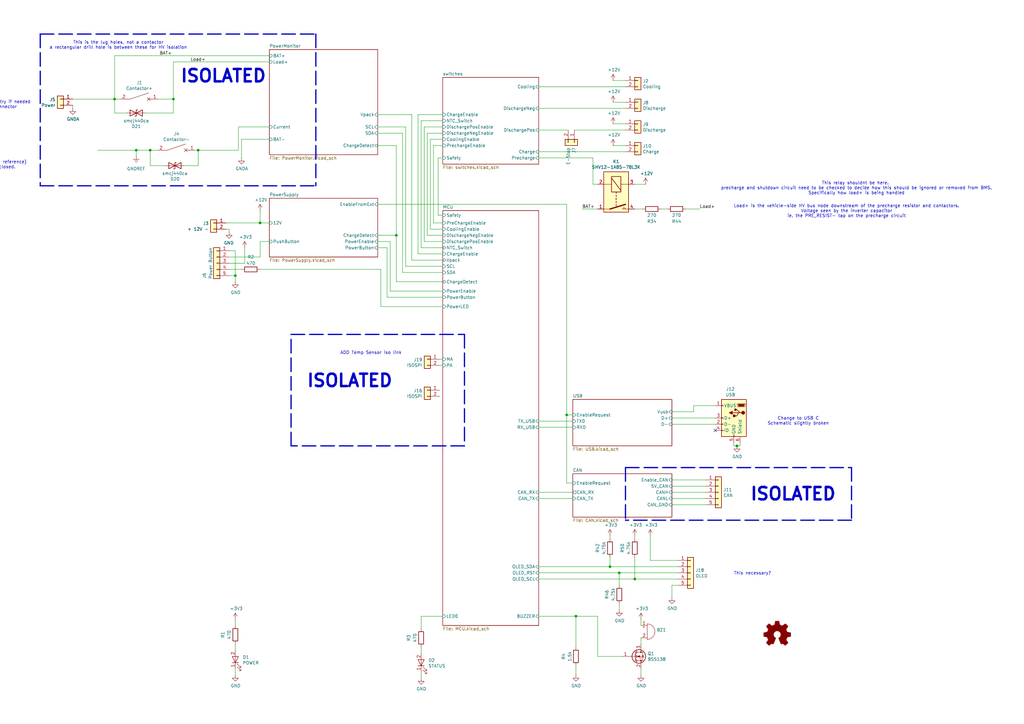
<source format=kicad_sch>
(kicad_sch (version 20250114) (generator "eeschema") (generator_version "9.0")
  (paper "A3")
  (title_block (title "BMS-Master") (rev "V0.1") (company "ENNOID"))
  (lib_symbols
    (symbol "BMS-Master-rescue:+3.3V-power-BMS-Master-rescue" (power) (pin_names (offset 0))
      (property "Value" "+3.3V-power-BMS-Master-rescue" (at 0 3.556 0))
      (symbol "+3.3V-power-BMS-Master-rescue_0_1"
        (polyline (pts (xy -0.762 1.27) (xy 0 2.54)))
        (polyline (pts (xy 0 2.54) (xy 0.762 1.27)))
        (polyline (pts (xy 0 0) (xy 0 2.54)))
      )
      (symbol "+3.3V-power-BMS-Master-rescue_1_1"
        (pin power_in line (at 0 0 90) (length 0) (hide yes) (name "+3V3") (number "1"))
      )
    )
    (symbol "BMS-Master-rescue:Buzzer-Device-BMS-Master-rescue" (pin_names (offset 0.0254) (hide yes))
      (property "Reference" "BZ" (at 3.81 1.27 0))
      (property "Value" "Buzzer-Device-BMS-Master-rescue" (at 3.81 -1.27 0))
      (symbol "Buzzer-Device-BMS-Master-rescue_0_1"
        (polyline (pts (xy -1.651 1.905) (xy -1.143 1.905)))
        (polyline (pts (xy -1.397 2.159) (xy -1.397 1.651)))
        (polyline (pts (xy 0 3.175) (xy 0 -3.175)))
        (arc (start 0 3.175) (mid 3.175 0) (end 0 -3.175))
      )
      (symbol "Buzzer-Device-BMS-Master-rescue_1_1"
        (pin passive line (at -2.54 2.54 0) (length 2.54) (name "-") (number "1"))
        (pin passive line (at -2.54 -2.54 0) (length 2.54) (name "+") (number "2"))
      )
    )
    (symbol "BMS-Master-rescue:Conn_01x02-Connector_Generic-BMS-Master-rescue" (pin_names (offset 1.016) (hide yes))
      (property "Reference" "J" (at 0 2.54 0))
      (property "Value" "Conn_01x02-Connector_Generic-BMS-Master-rescue" (at 0 -5.08 0))
      (symbol "Conn_01x02-Connector_Generic-BMS-Master-rescue_1_1"
        (rectangle (start -1.27 1.27) (end 1.27 -3.81) (stroke (width 0.254)) (fill (type background)))
        (rectangle (start -1.27 0.127) (end 0 -0.127) (stroke (width 0.1524)))
        (rectangle (start -1.27 -2.413) (end 0 -2.667) (stroke (width 0.1524)))
        (pin passive line (at -5.08 0 0) (length 3.81) (name "Pin_1") (number "1"))
        (pin passive line (at -5.08 -2.54 0) (length 3.81) (name "Pin_2") (number "2"))
      )
    )
    (symbol "BMS-Master-rescue:Conn_01x05-Connector_Generic-BMS-Master-rescue" (pin_names (offset 1.016) (hide yes))
      (property "Reference" "J" (at 0 7.62 0))
      (property "Value" "Conn_01x05-Connector_Generic-BMS-Master-rescue" (at 0 -7.62 0))
      (symbol "Conn_01x05-Connector_Generic-BMS-Master-rescue_1_1"
        (rectangle (start -1.27 6.35) (end 1.27 -6.35) (stroke (width 0.254)) (fill (type background)))
        (rectangle (start -1.27 5.207) (end 0 4.953) (stroke (width 0.1524)))
        (rectangle (start -1.27 2.667) (end 0 2.413) (stroke (width 0.1524)))
        (rectangle (start -1.27 0.127) (end 0 -0.127) (stroke (width 0.1524)))
        (rectangle (start -1.27 -2.413) (end 0 -2.667) (stroke (width 0.1524)))
        (rectangle (start -1.27 -4.953) (end 0 -5.207) (stroke (width 0.1524)))
        (pin passive line (at -5.08 5.08 0) (length 3.81) (name "Pin_1") (number "1"))
        (pin passive line (at -5.08 2.54 0) (length 3.81) (name "Pin_2") (number "2"))
        (pin passive line (at -5.08 0 0) (length 3.81) (name "Pin_3") (number "3"))
        (pin passive line (at -5.08 -2.54 0) (length 3.81) (name "Pin_4") (number "4"))
        (pin passive line (at -5.08 -5.08 0) (length 3.81) (name "Pin_5") (number "5"))
      )
    )
    (symbol "BMS-Master-rescue:GND-power-BMS-Master-rescue" (power) (pin_names (offset 0))
      (property "Value" "GND-power-BMS-Master-rescue" (at 0 -3.81 0))
      (symbol "GND-power-BMS-Master-rescue_0_1"
        (polyline (pts (xy 0 0) (xy 0 -1.27) (xy 1.27 -1.27) (xy 0 -2.54) (xy -1.27 -1.27) (xy 0 -1.27)))
      )
      (symbol "GND-power-BMS-Master-rescue_1_1"
        (pin power_in line (at 0 0 270) (length 0) (hide yes) (name "GND") (number "1"))
      )
    )
    (symbol "BMS-Master-rescue:LED-Device-BMS-Master-rescue" (pin_names (offset 1.016) (hide yes))
      (property "Reference" "D" (at 0 2.54 0))
      (property "Value" "LED-Device-BMS-Master-rescue" (at 0 -2.54 0))
      (symbol "LED-Device-BMS-Master-rescue_0_1"
        (polyline (pts (xy -3.048 -0.762) (xy -4.572 -2.286) (xy -3.81 -2.286) (xy -4.572 -2.286) (xy -4.572 -1.524)))
        (polyline (pts (xy -1.778 -0.762) (xy -3.302 -2.286) (xy -2.54 -2.286) (xy -3.302 -2.286) (xy -3.302 -1.524)))
        (polyline (pts (xy -1.27 0) (xy 1.27 0)))
        (polyline (pts (xy -1.27 -1.27) (xy -1.27 1.27)) (stroke (width 0.2032)))
        (polyline (pts (xy 1.27 -1.27) (xy 1.27 1.27) (xy -1.27 0) (xy 1.27 -1.27)) (stroke (width 0.2032)))
      )
      (symbol "LED-Device-BMS-Master-rescue_1_1"
        (pin passive line (at -3.81 0 0) (length 2.54) (name "K") (number "1"))
        (pin passive line (at 3.81 0 180) (length 2.54) (name "A") (number "2"))
      )
    )
    (symbol "BMS-Master-rescue:R-Device-BMS-Master-rescue" (pin_numbers (hide yes)) (pin_names (offset 0))
      (property "Reference" "R" (at 2.032 0 90))
      (property "Value" "R-Device-BMS-Master-rescue" (at 0 0 90))
      (symbol "R-Device-BMS-Master-rescue_0_1"
        (rectangle (start -1.016 -2.54) (end 1.016 2.54) (stroke (width 0.254)))
      )
      (symbol "R-Device-BMS-Master-rescue_1_1"
        (pin passive line (at 0 3.81 270) (length 1.27) (name "~") (number "1"))
        (pin passive line (at 0 -3.81 90) (length 1.27) (name "~") (number "2"))
      )
    )
    (symbol "BMS-Master-rescue:USB_B_Micro-Connector_Specialized-BMS-Master-rescue" (pin_names (offset 1.016))
      (property "Reference" "J" (at -5.08 11.43 0))
      (property "Value" "USB_B_Micro-Connector_Specialized-BMS-Master-rescue" (at -5.08 8.89 0))
      (symbol "USB_B_Micro-Connector_Specialized-BMS-Master-rescue_0_1"
        (rectangle (start -5.08 -7.62) (end 5.08 7.62) (stroke (width 0.254)) (fill (type background)))
        (polyline (pts (xy -4.699 5.842) (xy -4.699 5.588) (xy -4.445 4.826) (xy -4.445 4.572) (xy -1.651 4.572) (xy -1.651 4.826) (xy -1.397 5.588) (xy -1.397 5.842) (xy -4.699 5.842)))
        (polyline (pts (xy -4.318 5.588) (xy -1.778 5.588) (xy -2.032 4.826) (xy -4.064 4.826) (xy -4.318 5.588)) (fill (type outline)))
        (circle (center -3.81 2.159) (radius 0.635) (stroke (width 0.254)) (fill (type outline)))
        (polyline (pts (xy -3.175 2.159) (xy -2.54 2.159) (xy -1.27 3.429) (xy -0.635 3.429)) (stroke (width 0.254)))
        (polyline (pts (xy -2.54 2.159) (xy -1.905 2.159) (xy -1.27 0.889) (xy 0 0.889)) (stroke (width 0.254)))
        (polyline (pts (xy -1.905 2.159) (xy 0.635 2.159)) (stroke (width 0.254)))
        (circle (center -0.635 3.429) (radius 0.381) (stroke (width 0.254)) (fill (type outline)))
        (rectangle (start -0.127 -7.62) (end 0.127 -6.858))
        (rectangle (start 0.254 1.27) (end -0.508 0.508) (stroke (width 0.254)) (fill (type outline)))
        (polyline (pts (xy 0.635 2.794) (xy 0.635 1.524) (xy 1.905 2.159) (xy 0.635 2.794)) (stroke (width 0.254)) (fill (type outline)))
        (rectangle (start 5.08 4.953) (end 4.318 5.207))
        (rectangle (start 5.08 -0.127) (end 4.318 0.127))
        (rectangle (start 5.08 -2.667) (end 4.318 -2.413))
        (rectangle (start 5.08 -5.207) (end 4.318 -4.953))
      )
      (symbol "USB_B_Micro-Connector_Specialized-BMS-Master-rescue_1_1"
        (pin passive line (at -2.54 -10.16 90) (length 2.54) (name "Shield") (number "6"))
        (pin power_out line (at 0 -10.16 90) (length 2.54) (name "GND") (number "5"))
        (pin power_out line (at 7.62 5.08 180) (length 2.54) (name "VBUS") (number "1"))
        (pin passive line (at 7.62 0 180) (length 2.54) (name "D+") (number "3"))
        (pin passive line (at 7.62 -2.54 180) (length 2.54) (name "D-") (number "2"))
        (pin passive line (at 7.62 -5.08 180) (length 2.54) (name "ID") (number "4"))
      )
    )
    (symbol "Device:CircuitBreaker_1P"
      (property "Reference" "CB" (at 1.905 0 0))
      (property "Value" "CircuitBreaker_1P" (at 1.905 1.905 0))
      (symbol "CircuitBreaker_1P_0_1"
        (polyline (pts (xy 0 -3.81) (xy -2.54 3.81)))
        (polyline (pts (xy 0 -5.08) (xy 0 -3.81)))
      )
      (symbol "CircuitBreaker_1P_1_1"
        (polyline (pts (xy -0.635 4.445) (xy 0.635 3.175)))
        (polyline (pts (xy 0 5.08) (xy 0 3.81)))
        (polyline (pts (xy 0.635 4.445) (xy -0.635 3.175)))
        (pin passive line (at 0 7.62 270) (length 2.54) (name "~") (number "1"))
        (pin passive line (at 0 -7.62 90) (length 2.54) (name "~") (number "2"))
      )
    )
    (symbol "Device:D_TVS" (pin_numbers (hide yes)) (pin_names (offset 1.016) (hide yes))
      (property "Reference" "D" (at 0 2.54 0))
      (property "Value" "D_TVS" (at 0 -2.54 0))
      (symbol "D_TVS_0_1"
        (polyline (pts (xy -2.54 1.27) (xy -2.54 -1.27) (xy 2.54 1.27) (xy 2.54 -1.27) (xy -2.54 1.27)) (stroke (width 0.254)))
        (polyline (pts (xy 0.508 1.27) (xy 0 1.27) (xy 0 -1.27) (xy -0.508 -1.27)) (stroke (width 0.254)))
        (polyline (pts (xy 1.27 0) (xy -1.27 0)))
      )
      (symbol "D_TVS_1_1"
        (pin passive line (at -3.81 0 0) (length 2.54) (name "A1") (number "1"))
        (pin passive line (at 3.81 0 180) (length 2.54) (name "A2") (number "2"))
      )
    )
    (symbol "ENNOID:SHV12-1A85-78L3K" (pin_names (offset 1.016))
      (property "Reference" "K" (at 7.62 3.81 0))
      (property "Value" "SHV12-1A85-78L3K" (at 7.62 1.27 0))
      (symbol "SHV12-1A85-78L3K_0_0"
        (polyline (pts (xy 5.08 3.81) (xy 5.08 5.08)))
        (polyline (pts (xy 5.08 3.81) (xy 5.08 2.54) (xy 4.445 3.175) (xy 5.08 3.81)))
      )
      (symbol "SHV12-1A85-78L3K_0_1"
        (rectangle (start -10.16 5.08) (end 6.35 -5.08) (stroke (width 0.254)) (fill (type background)))
        (rectangle (start -8.255 1.905) (end -1.905 -1.905) (stroke (width 0.254)))
        (polyline (pts (xy -7.62 -1.905) (xy -2.54 1.905)) (stroke (width 0.254)))
        (polyline (pts (xy -5.08 5.08) (xy -5.08 1.905)))
        (polyline (pts (xy -5.08 -5.08) (xy -5.08 -1.905)))
        (polyline (pts (xy -1.905 0) (xy -1.27 0)) (stroke (width 0.254)))
        (polyline (pts (xy -0.635 0) (xy 0 0)) (stroke (width 0.254)))
        (polyline (pts (xy 0.635 0) (xy 1.27 0)) (stroke (width 0.254)))
        (polyline (pts (xy 0.635 0) (xy 1.27 0)) (stroke (width 0.254)))
        (polyline (pts (xy 1.905 0) (xy 2.54 0)) (stroke (width 0.254)))
        (polyline (pts (xy 3.175 0) (xy 3.81 0)) (stroke (width 0.254)))
        (polyline (pts (xy 5.08 -2.54) (xy 3.175 3.81)) (stroke (width 0.508)))
        (polyline (pts (xy 5.08 -2.54) (xy 5.08 -5.08)))
      )
      (symbol "SHV12-1A85-78L3K_1_1"
        (pin passive line (at -5.08 7.62 270) (length 2.54) (name "~") (number "3"))
        (pin passive line (at -5.08 -7.62 90) (length 2.54) (name "~") (number "2"))
        (pin passive line (at 5.08 7.62 270) (length 2.54) (name "~") (number "4"))
        (pin passive line (at 5.08 -7.62 90) (length 2.54) (name "~") (number "1"))
      )
    )
    (symbol "Graphic:Logo_Open_Hardware_Small" (in_bom no) (on_board no)
      (symbol "Logo_Open_Hardware_Small_0_1"
        (polyline (pts (xy 3.3528 -4.3434) (xy 3.302 -4.318) (xy 3.175 -4.2418) (xy 2.9972 -4.1148) (xy 2.7686 -3.9624) (xy 2.54 -3.81) (xy 2.3622 -3.7084) (xy 2.2352 -3.6068) (xy 2.1844 -3.5814) (xy 2.159 -3.6068) (xy 2.0574 -3.6576) (xy 1.905 -3.7338) (xy 1.8034 -3.7846) (xy 1.6764 -3.8354) (xy 1.6002 -3.8354) (xy 1.6002 -3.8354) (xy 1.5494 -3.7338) (xy 1.4732 -3.5306) (xy 1.3462 -3.302) (xy 1.2446 -3.0226) (xy 1.1176 -2.7178) (xy 0.9652 -2.413) (xy 0.8636 -2.1082) (xy 0.7366 -1.8288) (xy 0.6604 -1.6256) (xy 0.6096 -1.4732) (xy 0.5842 -1.397) (xy 0.5842 -1.397) (xy 0.6604 -1.3208) (xy 0.7874 -1.2446) (xy 1.0414 -1.016) (xy 1.2954 -0.6858) (xy 1.4478 -0.3302) (xy 1.524 0.0762) (xy 1.4732 0.4572) (xy 1.3208 0.8128) (xy 1.0668 1.143) (xy 0.762 1.3716) (xy 0.4064 1.524) (xy 0 1.5748) (xy -0.381 1.5494) (xy -0.7366 1.397) (xy -1.0668 1.143) (xy -1.2192 0.9906) (xy -1.397 0.6604) (xy -1.524 0.3048) (xy -1.524 0.2286) (xy -1.4986 -0.1778) (xy -1.397 -0.5334) (xy -1.1938 -0.8636) (xy -0.9144 -1.143) (xy -0.8636 -1.1684) (xy -0.7366 -1.27) (xy -0.635 -1.3462) (xy -0.5842 -1.397) (xy -1.0668 -2.5908) (xy -1.143 -2.794) (xy -1.2954 -3.1242) (xy -1.397 -3.4036) (xy -1.4986 -3.6322) (xy -1.5748 -3.7846) (xy -1.6002 -3.8354) (xy -1.6002 -3.8354) (xy -1.651 -3.8354) (xy -1.7272 -3.81) (xy -1.905 -3.7338) (xy -2.0066 -3.683) (xy -2.1336 -3.6068) (xy -2.2098 -3.5814) (xy -2.2606 -3.6068) (xy -2.3622 -3.683) (xy -2.54 -3.81) (xy -2.7686 -3.9624) (xy -2.9718 -4.0894) (xy -3.1496 -4.2164) (xy -3.302 -4.318) (xy -3.3528 -4.3434) (xy -3.3782 -4.3434) (xy -3.429 -4.318) (xy -3.5306 -4.2164) (xy -3.7084 -4.064) (xy -3.937 -3.8354) (xy -3.9624 -3.81) (xy -4.1656 -3.6068) (xy -4.318 -3.4544) (xy -4.4196 -3.3274) (xy -4.445 -3.2766) (xy -4.445 -3.2766) (xy -4.4196 -3.2258) (xy -4.318 -3.0734) (xy -4.2164 -2.8956) (xy -4.064 -2.667) (xy -3.6576 -2.0828) (xy -3.8862 -1.5494) (xy -3.937 -1.3716) (xy -4.0386 -1.1684) (xy -4.0894 -1.0414) (xy -4.1148 -0.9652) (xy -4.191 -0.9398) (xy -4.318 -0.9144) (xy -4.5466 -0.8636) (xy -4.8006 -0.8128) (xy -5.0546 -0.7874) (xy -5.2578 -0.7366) (xy -5.4356 -0.7112) (xy -5.5118 -0.6858) (xy -5.5118 -0.6858) (xy -5.5372 -0.635) (xy -5.5372 -0.5588) (xy -5.5372 -0.4318) (xy -5.5626 -0.2286) (xy -5.5626 0.0762) (xy -5.5626 0.127) (xy -5.5372 0.4064) (xy -5.5372 0.635) (xy -5.5372 0.762) (xy -5.5372 0.8382) (xy -5.5372 0.8382) (xy -5.461 0.8382) (xy -5.3086 0.889) (xy -5.08 0.9144) (xy -4.826 0.9652) (xy -4.8006 0.9906) (xy -4.5466 1.0414) (xy -4.318 1.0668) (xy -4.1656 1.1176) (xy -4.0894 1.143) (xy -4.0894 1.143) (xy -4.0386 1.2446) (xy -3.9624 1.4224) (xy -3.8608 1.6256) (xy -3.7846 1.8288) (xy -3.7084 2.0066) (xy -3.6576 2.159) (xy -3.6322 2.2098) (xy -3.6322 2.2098) (xy -3.683 2.286) (xy -3.7592 2.413) (xy -3.8862 2.5908) (xy -4.064 2.8194) (xy -4.064 2.8448) (xy -4.2164 3.0734) (xy -4.3434 3.2512) (xy -4.4196 3.3782) (xy -4.445 3.4544) (xy -4.445 3.4544) (xy -4.3942 3.5052) (xy -4.2926 3.6322) (xy -4.1148 3.81) (xy -3.937 4.0132) (xy -3.8608 4.064) (xy -3.6576 4.2926) (xy -3.5052 4.4196) (xy -3.4036 4.4958) (xy -3.3528 4.5212) (xy -3.3528 4.5212) (xy -3.302 4.4704) (xy -3.1496 4.3688) (xy -2.9718 4.2418) (xy -2.7432 4.0894) (xy -2.7178 4.0894) (xy -2.4892 3.937) (xy -2.3114 3.81) (xy -2.1844 3.7084) (xy -2.1336 3.683) (xy -2.1082 3.683) (xy -2.032 3.7084) (xy -1.8542 3.7592) (xy -1.6764 3.8354) (xy -1.4732 3.937) (xy -1.27 4.0132) (xy -1.143 4.064) (xy -1.0668 4.1148) (xy -1.0668 4.1148) (xy -1.0414 4.191) (xy -1.016 4.3434) (xy -0.9652 4.572) (xy -0.9144 4.8514) (xy -0.889 4.9022) (xy -0.8382 5.1562) (xy -0.8128 5.3848) (xy -0.7874 5.5372) (xy -0.762 5.588) (xy -0.7112 5.6134) (xy -0.5842 5.6134) (xy -0.4064 5.6134) (xy -0.1524 5.6134) (xy 0.0762 5.6134) (xy 0.3302 5.6134) (xy 0.5334 5.6134) (xy 0.6858 5.588) (xy 0.7366 5.588) (xy 0.7366 5.588) (xy 0.762 5.5118) (xy 0.8128 5.334) (xy 0.8382 5.1054) (xy 0.9144 4.826) (xy 0.9144 4.7752) (xy 0.9652 4.5212) (xy 1.016 4.2926) (xy 1.0414 4.1402) (xy 1.0668 4.0894) (xy 1.0668 4.0894) (xy 1.1938 4.0386) (xy 1.3716 3.9624) (xy 1.5748 3.8608) (xy 2.0828 3.6576) (xy 2.7178 4.0894) (xy 2.7686 4.1402) (xy 2.9972 4.2926) (xy 3.175 4.4196) (xy 3.302 4.4958) (xy 3.3782 4.5212) (xy 3.3782 4.5212) (xy 3.429 4.4704) (xy 3.556 4.3434) (xy 3.7338 4.191) (xy 3.9116 3.9878) (xy 4.064 3.8354) (xy 4.2418 3.6576) (xy 4.3434 3.556) (xy 4.4196 3.4798) (xy 4.4196 3.429) (xy 4.4196 3.4036) (xy 4.3942 3.3274) (xy 4.2926 3.2004) (xy 4.1656 2.9972) (xy 4.0132 2.794) (xy 3.8862 2.5908) (xy 3.7592 2.3876) (xy 3.6576 2.2352) (xy 3.6322 2.159) (xy 3.6322 2.1336) (xy 3.683 2.0066) (xy 3.7592 1.8288) (xy 3.8608 1.6002) (xy 4.064 1.1176) (xy 4.3942 1.0414) (xy 4.5974 1.016) (xy 4.8768 0.9652) (xy 5.1308 0.9144) (xy 5.5372 0.8382) (xy 5.5626 -0.6604) (xy 5.4864 -0.6858) (xy 5.4356 -0.6858) (xy 5.2832 -0.7366) (xy 5.0546 -0.762) (xy 4.8006 -0.8128) (xy 4.5974 -0.8636) (xy 4.3688 -0.9144) (xy 4.2164 -0.9398) (xy 4.1402 -0.9398) (xy 4.1148 -0.9652) (xy 4.064 -1.0668) (xy 3.9878 -1.2446) (xy 3.9116 -1.4478) (xy 3.81 -1.651) (xy 3.7338 -1.8542) (xy 3.683 -2.0066) (xy 3.6576 -2.0828) (xy 3.683 -2.1336) (xy 3.7846 -2.2606) (xy 3.8862 -2.4638) (xy 4.0386 -2.667) (xy 4.191 -2.8956) (xy 4.318 -3.0734) (xy 4.3942 -3.2004) (xy 4.445 -3.2766) (xy 4.4196 -3.3274) (xy 4.3434 -3.429) (xy 4.1656 -3.5814) (xy 3.937 -3.8354) (xy 3.8862 -3.8608) (xy 3.683 -4.064) (xy 3.5306 -4.2164) (xy 3.4036 -4.318) (xy 3.3528 -4.3434)) (fill (type outline)))
      )
    )
    (symbol "Transistor_FET:BSS138" (pin_names (offset 0) (hide yes))
      (property "Reference" "Q" (at 5.08 1.905 0))
      (property "Value" "BSS138" (at 5.08 0 0))
      (symbol "BSS138_0_1"
        (polyline (pts (xy 0.254 1.905) (xy 0.254 -1.905)) (stroke (width 0.254)))
        (polyline (pts (xy 0.254 0) (xy -2.54 0)))
        (polyline (pts (xy 0.762 2.286) (xy 0.762 1.27)) (stroke (width 0.254)))
        (polyline (pts (xy 0.762 0.508) (xy 0.762 -0.508)) (stroke (width 0.254)))
        (polyline (pts (xy 0.762 -1.27) (xy 0.762 -2.286)) (stroke (width 0.254)))
        (polyline (pts (xy 0.762 -1.778) (xy 3.302 -1.778) (xy 3.302 1.778) (xy 0.762 1.778)))
        (polyline (pts (xy 1.016 0) (xy 2.032 0.381) (xy 2.032 -0.381) (xy 1.016 0)) (fill (type outline)))
        (circle (center 1.651 0) (radius 2.794) (stroke (width 0.254)))
        (polyline (pts (xy 2.54 2.54) (xy 2.54 1.778)))
        (circle (center 2.54 1.778) (radius 0.254) (fill (type outline)))
        (circle (center 2.54 -1.778) (radius 0.254) (fill (type outline)))
        (polyline (pts (xy 2.54 -2.54) (xy 2.54 0) (xy 0.762 0)))
        (polyline (pts (xy 2.921 0.381) (xy 3.683 0.381)))
        (polyline (pts (xy 3.302 0.381) (xy 2.921 -0.254) (xy 3.683 -0.254) (xy 3.302 0.381)))
      )
      (symbol "BSS138_1_1"
        (pin input line (at -5.08 0 0) (length 2.54) (name "G") (number "1"))
        (pin passive line (at 2.54 5.08 270) (length 2.54) (name "D") (number "3"))
        (pin passive line (at 2.54 -5.08 90) (length 2.54) (name "S") (number "2"))
      )
    )
    (symbol "power:+12V" (power) (pin_numbers (hide yes)) (pin_names (offset 0) (hide yes))
      (property "Value" "+12V" (at 0 3.556 0))
      (symbol "+12V_0_1"
        (polyline (pts (xy -0.762 1.27) (xy 0 2.54)))
        (polyline (pts (xy 0 2.54) (xy 0.762 1.27)))
        (polyline (pts (xy 0 0) (xy 0 2.54)))
      )
      (symbol "+12V_1_1"
        (pin power_in line (at 0 0 90) (length 0) (name "~") (number "1"))
      )
    )
    (symbol "power:GNDA" (power) (pin_numbers (hide yes)) (pin_names (offset 0) (hide yes))
      (property "Value" "GNDA" (at 0 -3.81 0))
      (symbol "GNDA_0_1"
        (polyline (pts (xy 0 0) (xy 0 -1.27) (xy 1.27 -1.27) (xy 0 -2.54) (xy -1.27 -1.27) (xy 0 -1.27)))
      )
      (symbol "GNDA_1_1"
        (pin power_in line (at 0 0 270) (length 0) (name "~") (number "1"))
      )
    )
    (symbol "power:GNDREF" (power) (pin_numbers (hide yes)) (pin_names (offset 0) (hide yes))
      (property "Value" "GNDREF" (at 0 -3.81 0))
      (symbol "GNDREF_0_1"
        (polyline (pts (xy -0.635 -1.905) (xy 0.635 -1.905)))
        (polyline (pts (xy -0.127 -2.54) (xy 0.127 -2.54)))
        (polyline (pts (xy 0 -1.27) (xy 0 0)))
        (polyline (pts (xy 1.27 -1.27) (xy -1.27 -1.27)))
      )
      (symbol "GNDREF_1_1"
        (pin power_in line (at 0 0 270) (length 0) (name "~") (number "1"))
      )
    )
  )
  (text "Ground domains:\n	•	GND: Low-voltage logic ground (MCU, CAN, I²C)\n	•	GNDA: Accumulator negative (BAT−, TS−)\n	•	GNDREF: Vehicle-side HV negative (Load−, inverter DC-link reference)\nGNDA and GNDREF are connected only when the negative AIR is closed." (at -28.702 64.516 0) (effects (font (size 1.27 1.27))))
  (text "Change to USB C\nSchematic slightly broken" (at 327.406 172.72 0) (effects (font (size 1.27 1.27))))
  (text "This is for external HV circuitry if needed\nBAT+ Lug is the HV connector" (at -7.874 42.926 0) (effects (font (size 1.27 1.27))))
  (text "This is the lug holes, not a contactor\na rectangular drill hole is between these for HV isolation" (at 48.514 18.542 0) (effects (font (size 1.27 1.27))))
  (text "ISOLATED" (at 125.476 159.258 0) (effects (font (size 5.08 5.08) (thickness 1.016) (bold yes)) (justify left bottom)))
  (text "This relay shouldnt be here. \nprecharge and shutdown circuit need to be checked to decide how this should be ignored or removed from BMS.\nSpecifically how load+ is being handled" (at 351.282 77.216 0) (effects (font (size 1.27 1.27))))
  (text "This necessary?\n" (at 308.61 235.204 0) (effects (font (size 1.27 1.27))))
  (text "ISOLATED" (at 307.34 205.74 0) (effects (font (size 5.08 5.08) (thickness 1.016) (bold yes)) (justify left bottom)))
  (text "Load+ is the vehicle-side HV bus node downstream of the precharge resistor and contactors.\nVoltage seen by the inverter capacitor\nie. the PRE_RESIST- tap on the precharge circuit" (at 347.218 86.614 0) (effects (font (size 1.27 1.27))))
  (text "ADD Temp Sensor iso link" (at 152.146 144.78 0) (effects (font (size 1.27 1.27))))
  (text "ISOLATED" (at 73.66 34.29 0) (effects (font (size 5.08 5.08) (thickness 1.016) (bold yes)) (justify left bottom)))
  (junction (at 71.12 40.64))
  (junction (at 61.595 61.595))
  (junction (at 260.35 237.49))
  (junction (at 250.19 232.41))
  (junction (at 162.56 96.52))
  (junction (at 96.52 113.03))
  (junction (at 106.68 91.44))
  (junction (at 236.22 252.73))
  (junction (at 254 234.95))
  (junction (at 232.41 170.18))
  (junction (at 302.26 182.88))
  (junction (at 55.88 61.595))
  (junction (at 81.28 61.595))
  (junction (at 46.99 40.64))
  (no_connect (at 293.37 176.53))
  (wire (pts (xy 220.98 232.41) (xy 250.19 232.41)))
  (wire (pts (xy 173.99 99.06) (xy 173.99 52.07)))
  (wire (pts (xy 181.61 121.92) (xy 158.75 121.92)))
  (polyline (pts (xy 16.51 13.97) (xy 16.51 76.2)) (stroke (width 0.508) (type dash)))
  (wire (pts (xy 46.99 22.86) (xy 110.49 22.86)))
  (wire (pts (xy 165.1 54.61) (xy 165.1 111.76)))
  (wire (pts (xy 220.98 172.72) (xy 234.95 172.72)))
  (wire (pts (xy 106.68 105.41) (xy 106.68 99.06)))
  (wire (pts (xy 59.69 46.355) (xy 71.12 46.355)))
  (wire (pts (xy 168.91 106.68) (xy 168.91 46.99)))
  (wire (pts (xy 260.35 219.71) (xy 260.35 220.98)))
  (wire (pts (xy 232.41 198.12) (xy 234.95 198.12)))
  (wire (pts (xy 287.02 85.725) (xy 281.305 85.725)))
  (wire (pts (xy 154.94 99.06) (xy 160.02 99.06)))
  (wire (pts (xy 245.11 252.73) (xy 236.22 252.73)))
  (wire (pts (xy 55.88 61.595) (xy 55.88 64.135)))
  (polyline (pts (xy 256.54 191.77) (xy 349.25 191.77)) (stroke (width 0.508) (type dash)))
  (wire (pts (xy 156.21 110.49) (xy 106.68 110.49)))
  (wire (pts (xy 180.34 149.86) (xy 181.61 149.86)))
  (polyline (pts (xy 190.5 137.16) (xy 190.5 182.88)) (stroke (width 0.508) (type dash)))
  (wire (pts (xy 160.02 119.38) (xy 181.61 119.38)))
  (wire (pts (xy 220.98 64.77) (xy 243.205 64.77)))
  (wire (pts (xy 106.68 99.06) (xy 110.49 99.06)))
  (polyline (pts (xy 256.54 191.77) (xy 256.54 213.36)) (stroke (width 0.508) (type dash)))
  (wire (pts (xy 262.89 254) (xy 262.89 256.54)))
  (polyline (pts (xy 16.51 13.97) (xy 129.54 13.97)) (stroke (width 0.508) (type dash)))
  (wire (pts (xy 71.12 25.4) (xy 71.12 40.64)))
  (wire (pts (xy 238.76 85.725) (xy 245.11 85.725)))
  (wire (pts (xy 96.52 113.03) (xy 96.52 102.87)))
  (wire (pts (xy 171.45 46.99) (xy 181.61 46.99)))
  (wire (pts (xy 254 240.03) (xy 254 234.95)))
  (wire (pts (xy 81.28 61.595) (xy 97.79 61.595)))
  (wire (pts (xy 40.005 61.595) (xy 55.88 61.595)))
  (wire (pts (xy 96.52 102.87) (xy 93.98 102.87)))
  (wire (pts (xy 154.94 96.52) (xy 162.56 96.52)))
  (wire (pts (xy 173.99 52.07) (xy 181.61 52.07)))
  (wire (pts (xy 158.75 101.6) (xy 154.94 101.6)))
  (wire (pts (xy 177.8 59.69) (xy 177.8 91.44)))
  (wire (pts (xy 303.53 182.88) (xy 303.53 181.61)))
  (wire (pts (xy 81.28 67.945) (xy 81.28 61.595)))
  (wire (pts (xy 232.41 170.18) (xy 232.41 198.12)))
  (wire (pts (xy 251.46 33.02) (xy 256.54 33.02)))
  (wire (pts (xy 46.99 40.64) (xy 49.53 40.64)))
  (wire (pts (xy 96.52 274.32) (xy 96.52 276.86)))
  (wire (pts (xy 154.94 83.82) (xy 232.41 83.82)))
  (wire (pts (xy 220.98 237.49) (xy 260.35 237.49)))
  (wire (pts (xy 220.98 53.34) (xy 233.045 53.34)))
  (wire (pts (xy 284.48 166.37) (xy 284.48 168.91)))
  (polyline (pts (xy 349.25 213.36) (xy 256.54 213.36)) (stroke (width 0.508) (type dash)))
  (wire (pts (xy 55.88 61.595) (xy 61.595 61.595)))
  (wire (pts (xy 175.26 96.52) (xy 181.61 96.52)))
  (wire (pts (xy 46.99 46.355) (xy 52.07 46.355)))
  (wire (pts (xy 158.75 121.92) (xy 158.75 101.6)))
  (wire (pts (xy 162.56 115.57) (xy 181.61 115.57)))
  (wire (pts (xy 106.68 86.36) (xy 106.68 91.44)))
  (wire (pts (xy 93.98 110.49) (xy 99.06 110.49)))
  (wire (pts (xy 99.06 57.15) (xy 99.06 64.77)))
  (wire (pts (xy 289.56 199.39) (xy 275.59 199.39)))
  (wire (pts (xy 220.98 201.93) (xy 234.95 201.93)))
  (wire (pts (xy 166.37 52.07) (xy 166.37 109.22)))
  (wire (pts (xy 181.61 106.68) (xy 168.91 106.68)))
  (wire (pts (xy 302.26 182.88) (xy 300.99 182.88)))
  (wire (pts (xy 177.8 91.44) (xy 181.61 91.44)))
  (wire (pts (xy 80.01 61.595) (xy 81.28 61.595)))
  (wire (pts (xy 278.13 240.03) (xy 275.59 240.03)))
  (wire (pts (xy 165.1 111.76) (xy 181.61 111.76)))
  (wire (pts (xy 181.61 93.98) (xy 176.53 93.98)))
  (wire (pts (xy 236.22 252.73) (xy 236.22 265.43)))
  (wire (pts (xy 162.56 59.69) (xy 162.56 96.52)))
  (wire (pts (xy 250.19 219.71) (xy 250.19 220.98)))
  (wire (pts (xy 245.11 269.24) (xy 245.11 252.73)))
  (wire (pts (xy 110.49 57.15) (xy 99.06 57.15)))
  (wire (pts (xy 275.59 196.85) (xy 289.56 196.85)))
  (wire (pts (xy 289.56 204.47) (xy 275.59 204.47)))
  (wire (pts (xy 100.33 107.95) (xy 93.98 107.95)))
  (wire (pts (xy 96.52 254) (xy 96.52 256.54)))
  (wire (pts (xy 172.72 267.97) (xy 172.72 265.43)))
  (wire (pts (xy 171.45 104.14) (xy 181.61 104.14)))
  (wire (pts (xy 100.33 101.6) (xy 100.33 107.95)))
  (wire (pts (xy 266.7 229.87) (xy 278.13 229.87)))
  (wire (pts (xy 181.61 49.53) (xy 172.72 49.53)))
  (wire (pts (xy 235.585 53.34) (xy 256.54 53.34)))
  (wire (pts (xy 171.45 104.14) (xy 171.45 46.99)))
  (wire (pts (xy 254 234.95) (xy 278.13 234.95)))
  (wire (pts (xy 173.99 99.06) (xy 181.61 99.06)))
  (wire (pts (xy 172.72 257.81) (xy 172.72 252.73)))
  (wire (pts (xy 275.59 240.03) (xy 275.59 245.11)))
  (polyline (pts (xy 349.25 191.77) (xy 349.25 213.36)) (stroke (width 0.508) (type dash)))
  (wire (pts (xy 75.565 67.945) (xy 81.28 67.945)))
  (polyline (pts (xy 129.54 13.97) (xy 129.54 76.2)) (stroke (width 0.508) (type dash)))
  (wire (pts (xy 93.98 113.03) (xy 96.52 113.03)))
  (wire (pts (xy 154.94 52.07) (xy 166.37 52.07)))
  (wire (pts (xy 106.68 91.44) (xy 110.49 91.44)))
  (wire (pts (xy 172.72 49.53) (xy 172.72 101.6)))
  (wire (pts (xy 181.61 64.77) (xy 179.705 64.77)))
  (wire (pts (xy 156.21 125.73) (xy 181.61 125.73)))
  (polyline (pts (xy 190.5 182.88) (xy 119.38 182.88)) (stroke (width 0.508) (type dash)))
  (wire (pts (xy 220.98 44.45) (xy 256.54 44.45)))
  (wire (pts (xy 61.595 67.945) (xy 61.595 61.595)))
  (wire (pts (xy 29.845 40.64) (xy 46.99 40.64)))
  (wire (pts (xy 220.98 234.95) (xy 254 234.95)))
  (wire (pts (xy 293.37 166.37) (xy 284.48 166.37)))
  (wire (pts (xy 29.845 44.45) (xy 29.845 43.18)))
  (wire (pts (xy 250.19 228.6) (xy 250.19 232.41)))
  (wire (pts (xy 243.205 64.77) (xy 243.205 75.565)))
  (wire (pts (xy 232.41 83.82) (xy 232.41 170.18)))
  (wire (pts (xy 180.34 147.32) (xy 181.61 147.32)))
  (wire (pts (xy 176.53 57.15) (xy 181.61 57.15)))
  (wire (pts (xy 165.1 54.61) (xy 154.94 54.61)))
  (wire (pts (xy 172.72 275.59) (xy 172.72 278.13)))
  (polyline (pts (xy 119.38 137.16) (xy 190.5 137.16)) (stroke (width 0.508) (type dash)))
  (wire (pts (xy 251.46 50.8) (xy 256.54 50.8)))
  (wire (pts (xy 175.26 54.61) (xy 175.26 96.52)))
  (wire (pts (xy 179.705 88.265) (xy 181.61 88.265)))
  (wire (pts (xy 220.98 62.23) (xy 256.54 62.23)))
  (wire (pts (xy 300.99 182.88) (xy 300.99 181.61)))
  (wire (pts (xy 172.72 101.6) (xy 181.61 101.6)))
  (wire (pts (xy 181.61 59.69) (xy 177.8 59.69)))
  (wire (pts (xy 154.94 46.99) (xy 168.91 46.99)))
  (wire (pts (xy 160.02 99.06) (xy 160.02 119.38)))
  (wire (pts (xy 262.89 261.62) (xy 262.89 264.16)))
  (wire (pts (xy 93.98 95.25) (xy 93.98 93.98)))
  (wire (pts (xy 93.98 93.98) (xy 92.71 93.98)))
  (wire (pts (xy 172.72 252.73) (xy 181.61 252.73)))
  (wire (pts (xy 220.98 175.26) (xy 234.95 175.26)))
  (wire (pts (xy 46.99 22.86) (xy 46.99 40.64)))
  (wire (pts (xy 260.35 75.565) (xy 264.795 75.565)))
  (wire (pts (xy 302.26 182.88) (xy 303.53 182.88)))
  (wire (pts (xy 236.22 273.05) (xy 236.22 276.86)))
  (wire (pts (xy 275.59 207.01) (xy 289.56 207.01)))
  (wire (pts (xy 71.12 46.355) (xy 71.12 40.64)))
  (wire (pts (xy 96.52 113.03) (xy 96.52 115.57)))
  (polyline (pts (xy 16.51 76.2) (xy 129.54 76.2)) (stroke (width 0.508) (type dash)))
  (wire (pts (xy 97.79 61.595) (xy 97.79 52.07)))
  (wire (pts (xy 181.61 54.61) (xy 175.26 54.61)))
  (wire (pts (xy 46.99 46.355) (xy 46.99 40.64)))
  (wire (pts (xy 154.94 59.69) (xy 162.56 59.69)))
  (wire (pts (xy 162.56 96.52) (xy 162.56 115.57)))
  (wire (pts (xy 275.59 171.45) (xy 293.37 171.45)))
  (wire (pts (xy 251.46 41.91) (xy 256.54 41.91)))
  (wire (pts (xy 263.525 85.725) (xy 260.35 85.725)))
  (wire (pts (xy 232.41 170.18) (xy 234.95 170.18)))
  (wire (pts (xy 93.98 105.41) (xy 106.68 105.41)))
  (wire (pts (xy 67.945 67.945) (xy 61.595 67.945)))
  (wire (pts (xy 266.7 219.71) (xy 266.7 229.87)))
  (wire (pts (xy 166.37 109.22) (xy 181.61 109.22)))
  (wire (pts (xy 245.11 269.24) (xy 255.27 269.24)))
  (wire (pts (xy 260.35 237.49) (xy 278.13 237.49)))
  (wire (pts (xy 176.53 93.98) (xy 176.53 57.15)))
  (wire (pts (xy 179.705 64.77) (xy 179.705 88.265)))
  (wire (pts (xy 254 247.65) (xy 254 250.19)))
  (wire (pts (xy 64.77 40.64) (xy 71.12 40.64)))
  (wire (pts (xy 234.95 204.47) (xy 220.98 204.47)))
  (wire (pts (xy 61.595 61.595) (xy 64.77 61.595)))
  (wire (pts (xy 97.79 52.07) (xy 110.49 52.07)))
  (wire (pts (xy 96.52 266.7) (xy 96.52 264.16)))
  (wire (pts (xy 273.685 85.725) (xy 271.145 85.725)))
  (wire (pts (xy 284.48 168.91) (xy 275.59 168.91)))
  (wire (pts (xy 71.12 25.4) (xy 110.49 25.4)))
  (wire (pts (xy 92.71 91.44) (xy 106.68 91.44)))
  (wire (pts (xy 262.89 274.32) (xy 262.89 276.86)))
  (wire (pts (xy 243.205 75.565) (xy 245.11 75.565)))
  (wire (pts (xy 250.19 232.41) (xy 278.13 232.41)))
  (wire (pts (xy 220.98 252.73) (xy 236.22 252.73)))
  (wire (pts (xy 251.46 59.69) (xy 256.54 59.69)))
  (wire (pts (xy 275.59 173.99) (xy 293.37 173.99)))
  (polyline (pts (xy 119.38 182.88) (xy 119.38 137.16)) (stroke (width 0.508) (type dash)))
  (wire (pts (xy 156.21 110.49) (xy 156.21 125.73)))
  (wire (pts (xy 275.59 201.93) (xy 289.56 201.93)))
  (wire (pts (xy 220.98 35.56) (xy 256.54 35.56)))
  (wire (pts (xy 260.35 228.6) (xy 260.35 237.49)))
  (label "BAT+" (at 65.405 22.86 0))
  (label "Load+" (at 287.02 85.725 0))
  (label "BAT+" (at 238.76 85.725 0))
  (label "Load+" (at 78.105 25.4 0))
  (symbol (lib_id "BMS-Master-rescue:USB_B_Micro-Connector_Specialized-BMS-Master-rescue") (at 300.99 171.45 0) (mirror y) (unit 1)
    (property "Reference" "J12" (at 299.5676 159.5882 0))
    (property "Value" "USB" (at 299.5676 161.8996 0))
    (property "Footprint" "Connector_USB:USB_Micro-B_Molex-105133-0001" (effects (hide yes)))
    (property "MPN" "47346-0001" (effects (hide yes)))
  )
  (symbol (lib_id "BMS-Master-rescue:GND-power-BMS-Master-rescue") (at 302.26 182.88 0) (unit 1)
    (property "Reference" "#PWR0101" (effects (hide yes)))
    (property "Value" "GND" (at 302.387 187.2742 0))
  )
  (symbol (lib_id "BMS-Master-rescue:Conn_01x02-Connector_Generic-BMS-Master-rescue") (at 87.63 91.44 0) (mirror y) (unit 1)
    (property "Reference" "J3" (at 85.6234 91.6432 0) (effects (justify left)))
    (property "Value" "+ 12V -" (at 85.6234 93.9546 0) (effects (justify left)))
    (property "Footprint" "ENNOID:Pin_1x02-XL" (effects (hide yes)))
    (property "MPN" "70543-0001 " (effects (hide yes)))
  )
  (symbol (lib_id "BMS-Master-rescue:GND-power-BMS-Master-rescue") (at 93.98 95.25 0) (mirror y) (unit 1)
    (property "Reference" "#PWR0112" (effects (hide yes)))
    (property "Value" "GND" (at 93.853 99.6442 0))
  )
  (symbol (lib_id "BMS-Master-rescue:LED-Device-BMS-Master-rescue") (at 172.72 271.78 90) (unit 1)
    (property "Reference" "D2" (at 175.6918 270.8148 90) (effects (justify right)))
    (property "Value" "STATUS" (at 175.6918 273.1262 90) (effects (justify right)))
    (property "Footprint" "LED_SMD:LED_0603_1608Metric" (effects (hide yes)))
    (property "MPN" "SML-D12P8WT86C" (effects (hide yes)))
  )
  (symbol (lib_id "BMS-Master-rescue:R-Device-BMS-Master-rescue") (at 172.72 261.62 180) (unit 1)
    (property "Reference" "R3" (at 167.64 261.62 90))
    (property "Value" "470" (at 170.18 261.62 90))
    (property "Footprint" "Resistor_SMD:R_0603_1608Metric" (effects (hide yes)))
    (property "MPN" "RC0603JR-07470RL" (effects (hide yes)))
  )
  (symbol (lib_id "BMS-Master-rescue:R-Device-BMS-Master-rescue") (at 96.52 260.35 180) (unit 1)
    (property "Reference" "R1" (at 91.44 260.35 90))
    (property "Value" "470" (at 93.98 260.35 90))
    (property "Footprint" "Resistor_SMD:R_0603_1608Metric" (effects (hide yes)))
    (property "MPN" "RC0603JR-07470RL" (effects (hide yes)))
  )
  (symbol (lib_id "BMS-Master-rescue:LED-Device-BMS-Master-rescue") (at 96.52 270.51 90) (unit 1)
    (property "Reference" "D1" (at 99.4918 269.5448 90) (effects (justify right)))
    (property "Value" "POWER" (at 99.4918 271.8562 90) (effects (justify right)))
    (property "Footprint" "LED_SMD:LED_0603_1608Metric" (effects (hide yes)))
    (property "MPN" "SML-D12P8WT86C" (effects (hide yes)))
  )
  (symbol (lib_id "BMS-Master-rescue:GND-power-BMS-Master-rescue") (at 96.52 276.86 0) (unit 1)
    (property "Reference" "#PWR0102" (effects (hide yes)))
    (property "Value" "GND" (at 96.647 281.2542 0))
  )
  (symbol (lib_id "BMS-Master-rescue:GND-power-BMS-Master-rescue") (at 172.72 278.13 0) (unit 1)
    (property "Reference" "#PWR0103" (effects (hide yes)))
    (property "Value" "GND" (at 172.847 282.5242 0))
  )
  (symbol (lib_id "BMS-Master-rescue:+3.3V-power-BMS-Master-rescue") (at 96.52 254 0) (unit 1)
    (property "Reference" "#PWR0104" (effects (hide yes)))
    (property "Value" "+3V3" (at 96.901 249.6058 0))
  )
  (symbol (lib_id "BMS-Master-rescue:Conn_01x02-Connector_Generic-BMS-Master-rescue") (at 261.62 41.91 0) (unit 1)
    (property "Reference" "J8" (at 263.652 42.1132 0) (effects (justify left)))
    (property "Value" "Discharge" (at 263.652 44.4246 0) (effects (justify left)))
    (property "Footprint" "ENNOID:Pin_1x02-XL" (effects (hide yes)))
    (property "MPN" "70543-0001" (effects (hide yes)))
  )
  (symbol (lib_id "BMS-Master-rescue:Conn_01x02-Connector_Generic-BMS-Master-rescue") (at 261.62 50.8 0) (unit 1)
    (property "Reference" "J9" (at 263.6266 51.0032 0) (effects (justify left)))
    (property "Value" "Discharge" (at 263.6266 53.3146 0) (effects (justify left)))
    (property "Footprint" "ENNOID:Pin_1x02-XL" (effects (hide yes)))
    (property "MPN" "70543-0001 " (effects (hide yes)))
  )
  (symbol (lib_id "BMS-Master-rescue:Conn_01x02-Connector_Generic-BMS-Master-rescue") (at 261.62 59.69 0) (unit 1)
    (property "Reference" "J10" (at 263.6266 59.8932 0) (effects (justify left)))
    (property "Value" "Charge" (at 263.6266 62.2046 0) (effects (justify left)))
    (property "Footprint" "ENNOID:Pin_1x02-XL" (effects (hide yes)))
    (property "MPN" "70543-0001 " (effects (hide yes)))
  )
  (symbol (lib_id "BMS-Master-rescue:R-Device-BMS-Master-rescue") (at 236.22 269.24 180) (unit 1)
    (property "Reference" "R4" (at 231.14 269.24 90))
    (property "Value" "1.5k" (at 233.68 269.24 90))
    (property "Footprint" "Resistor_SMD:R_0603_1608Metric" (effects (hide yes)))
    (property "MPN" "RC0603JR-071K5L" (effects (hide yes)))
  )
  (symbol (lib_id "BMS-Master-rescue:GND-power-BMS-Master-rescue") (at 236.22 276.86 0) (unit 1)
    (property "Reference" "#PWR0105" (effects (hide yes)))
    (property "Value" "GND" (at 236.347 281.2542 0))
  )
  (symbol (lib_id "BMS-Master-rescue:Buzzer-Device-BMS-Master-rescue") (at 265.43 259.08 0) (unit 1)
    (property "Reference" "BZ1" (at 269.3162 258.3434 0) (effects (justify left)))
    (property "Value" "AI-1027-TWT-5V" (effects (hide yes)))
    (property "Footprint" "ENNOID:BUZZER" (effects (hide yes)))
    (property "MPN" "AI-1027-TWT-5V-2-R " (effects (hide yes)))
  )
  (symbol (lib_id "BMS-Master-rescue:+3.3V-power-BMS-Master-rescue") (at 262.89 254 0) (unit 1)
    (property "Reference" "#PWR0106" (effects (hide yes)))
    (property "Value" "+3V3" (at 263.271 249.6058 0))
  )
  (symbol (lib_id "BMS-Master-rescue:GND-power-BMS-Master-rescue") (at 262.89 276.86 0) (unit 1)
    (property "Reference" "#PWR0107" (effects (hide yes)))
    (property "Value" "GND" (at 263.017 281.2542 0))
  )
  (symbol (lib_id "BMS-Master-rescue:Conn_01x05-Connector_Generic-BMS-Master-rescue") (at 88.9 107.95 0) (mirror y) (unit 1)
    (property "Reference" "J6" (at 83.82 113.03 90))
    (property "Value" "Power Button" (at 86.36 107.95 90))
    (property "Footprint" "Connectors_Molex:Molex_KK-6410-05_05x2.54mm_Straight" (effects (hide yes)))
    (property "MPN" "282834-5 " (effects (hide yes)))
  )
  (symbol (lib_id "BMS-Master-rescue:+3.3V-power-BMS-Master-rescue") (at 100.33 101.6 0) (unit 1)
    (property "Reference" "#PWR0108" (effects (hide yes)))
    (property "Value" "+3V3" (at 100.711 97.2058 0))
  )
  (symbol (lib_id "BMS-Master-rescue:R-Device-BMS-Master-rescue") (at 102.87 110.49 90) (unit 1)
    (property "Reference" "R2" (at 102.87 105.41 90))
    (property "Value" "470" (at 102.87 107.95 90))
    (property "Footprint" "Resistor_SMD:R_0603_1608Metric" (effects (hide yes)))
    (property "MPN" "RC0603JR-07470RL" (effects (hide yes)))
  )
  (symbol (lib_id "BMS-Master-rescue:GND-power-BMS-Master-rescue") (at 96.52 115.57 0) (unit 1)
    (property "Reference" "#PWR0109" (effects (hide yes)))
    (property "Value" "GND" (at 96.647 119.9642 0))
  )
  (symbol (lib_id "BMS-Master-rescue:Conn_01x05-Connector_Generic-BMS-Master-rescue") (at 294.64 201.93 0) (unit 1)
    (property "Reference" "J11" (at 296.672 200.8632 0) (effects (justify left)))
    (property "Value" "CAN" (at 296.672 203.1746 0) (effects (justify left)))
    (property "Footprint" "Connectors_Molex:Molex_KK-6410-05_05x2.54mm_Straight" (effects (hide yes)))
    (property "MPN" "70543-0004" (effects (hide yes)))
  )
  (symbol (lib_id "Transistor_FET:BSS138") (at 260.35 269.24 0) (unit 1)
    (property "Reference" "Q1" (at 265.5824 268.0716 0) (effects (justify left)))
    (property "Value" "BSS138" (at 265.5824 270.383 0) (effects (justify left)))
    (property "Footprint" "TO_SOT_Packages_SMD:SOT-23" (effects (hide yes)))
    (property "Datasheet" "https://www.fairchildsemi.com/datasheets/BS/BSS138.pdf" (effects (hide yes)))
    (property "MPN" "BSS138" (effects (hide yes)))
  )
  (symbol (lib_id "BMS-Master-rescue:Conn_01x05-Connector_Generic-BMS-Master-rescue") (at 283.21 234.95 0) (unit 1)
    (property "Reference" "J18" (at 285.242 233.8832 0) (effects (justify left)))
    (property "Value" "OLED" (at 285.242 236.1946 0) (effects (justify left)))
    (property "Footprint" "Connectors_Molex:Molex_KK-6410-05_05x2.54mm_Straight" (effects (hide yes)))
    (property "MPN" "70543-0004" (effects (hide yes)))
  )
  (symbol (lib_id "BMS-Master-rescue:+3.3V-power-BMS-Master-rescue") (at 266.7 219.71 0) (unit 1)
    (property "Reference" "#PWR0275" (effects (hide yes)))
    (property "Value" "+3V3" (at 267.081 215.3158 0))
  )
  (symbol (lib_id "BMS-Master-rescue:GND-power-BMS-Master-rescue") (at 275.59 245.11 0) (unit 1)
    (property "Reference" "#PWR0276" (effects (hide yes)))
    (property "Value" "GND" (at 275.717 249.5042 0))
  )
  (symbol (lib_id "BMS-Master-rescue:R-Device-BMS-Master-rescue") (at 260.35 224.79 180) (unit 1)
    (property "Reference" "R50" (at 255.27 224.79 90))
    (property "Value" "4.75k" (at 257.81 224.79 90))
    (property "Footprint" "Resistor_SMD:R_0603_1608Metric" (effects (hide yes)))
    (property "MPN" "RC0603JR-074K7L" (effects (hide yes)))
  )
  (symbol (lib_id "Graphic:Logo_Open_Hardware_Small") (at 318.77 260.35 0) (unit 1)
    (property "Reference" "LOGO1" (effects (hide yes)))
    (property "Value" "Logo_Open_Hardware_Small" (effects (hide yes)))
    (property "Footprint" "ENNOID:ENNOID-LOGO" (effects (hide yes)))
    (property "MPN" "N/A" (effects (hide yes)))
  )
  (symbol (lib_id "BMS-Master-rescue:R-Device-BMS-Master-rescue") (at 250.19 224.79 180) (unit 1)
    (property "Reference" "R42" (at 245.11 224.79 90))
    (property "Value" "4.75k" (at 247.65 224.79 90))
    (property "Footprint" "Resistor_SMD:R_0603_1608Metric" (effects (hide yes)))
    (property "MPN" "RC0603JR-074K7L" (effects (hide yes)))
  )
  (symbol (lib_id "BMS-Master-rescue:R-Device-BMS-Master-rescue") (at 254 243.84 180) (unit 1)
    (property "Reference" "R46" (at 248.92 243.84 90))
    (property "Value" "4.75k" (at 251.46 243.84 90))
    (property "Footprint" "Resistor_SMD:R_0603_1608Metric" (effects (hide yes)))
    (property "MPN" "RC0603JR-074K7L" (effects (hide yes)))
  )
  (symbol (lib_id "BMS-Master-rescue:+3.3V-power-BMS-Master-rescue") (at 260.35 219.71 0) (unit 1)
    (property "Reference" "#PWR0277" (effects (hide yes)))
    (property "Value" "+3V3" (at 260.731 215.3158 0))
  )
  (symbol (lib_id "BMS-Master-rescue:+3.3V-power-BMS-Master-rescue") (at 250.19 219.71 0) (unit 1)
    (property "Reference" "#PWR0278" (effects (hide yes)))
    (property "Value" "+3V3" (at 250.571 215.3158 0))
  )
  (symbol (lib_id "BMS-Master-rescue:GND-power-BMS-Master-rescue") (at 254 250.19 0) (unit 1)
    (property "Reference" "#PWR0279" (effects (hide yes)))
    (property "Value" "GND" (at 254.127 254.5842 0))
  )
  (symbol (lib_id "BMS-Master-rescue:Conn_01x02-Connector_Generic-BMS-Master-rescue") (at 175.26 147.32 0) (mirror y) (unit 1)
    (property "Reference" "J19" (at 173.2534 147.5232 0) (effects (justify left)))
    (property "Value" "ISOSPI" (at 173.2534 149.8346 0) (effects (justify left)))
    (property "Footprint" "ENNOID:Pin_1x02-XL" (effects (hide yes)))
    (property "MPN" "70543-0001 " (effects (hide yes)))
  )
  (symbol (lib_id "BMS-Master-rescue:Conn_01x02-Connector_Generic-BMS-Master-rescue") (at 261.62 33.02 0) (unit 1)
    (property "Reference" "J2" (at 263.652 33.2232 0) (effects (justify left)))
    (property "Value" "Cooling" (at 263.652 35.5346 0) (effects (justify left)))
    (property "Footprint" "ENNOID:Pin_1x02-XL" (effects (hide yes)))
    (property "MPN" "70543-0001 " (effects (hide yes)))
  )
  (symbol (lib_id "BMS-Master-rescue:Conn_01x02-Connector_Generic-BMS-Master-rescue") (at 24.765 40.64 0) (mirror y) (unit 1)
    (property "Reference" "J5" (at 22.7584 40.8432 0) (effects (justify left)))
    (property "Value" "Power" (at 22.7584 43.1546 0) (effects (justify left)))
    (property "Footprint" "Connector_Phoenix_GMSTB:PhoenixContact_GMSTBVA_2,5_2-G_1x02_P7.50mm_Vertical" (effects (hide yes)))
    (property "MPN" "30.102 " (effects (hide yes)))
  )
  (symbol (lib_id "power:GNDA") (at 29.845 44.45 0) (unit 1)
    (property "Reference" "#PWR0146" (effects (hide yes)))
    (property "Value" "GNDA" (at 29.972 48.8442 0))
  )
  (symbol (lib_id "Device:CircuitBreaker_1P") (at 57.15 40.64 270) (unit 1)
    (property "Reference" "J1" (at 57.15 33.909 90))
    (property "Value" "Contactor+" (at 57.15 36.2204 90))
    (property "Footprint" "ENNOID:EVC500" (effects (hide yes)))
    (property "MPN" "N/A" (effects (hide yes)))
  )
  (symbol (lib_id "Device:CircuitBreaker_1P") (at 72.39 61.595 270) (unit 1)
    (property "Reference" "J4" (at 72.39 54.864 90))
    (property "Value" "Contactor-" (at 72.39 57.1754 90))
    (property "Footprint" "ENNOID:EVC500" (effects (hide yes)))
    (property "MPN" "N/A" (effects (hide yes)))
  )
  (symbol (lib_id "power:+12V") (at 106.68 86.36 0) (unit 1)
    (property "Reference" "#PWR0124" (effects (hide yes)))
    (property "Value" "+12V" (at 107.061 81.9658 0))
  )
  (symbol (lib_id "power:+12V") (at 251.46 33.02 0) (unit 1)
    (property "Reference" "#PWR0125" (effects (hide yes)))
    (property "Value" "+12V" (at 251.841 28.6258 0))
  )
  (symbol (lib_id "power:+12V") (at 251.46 41.91 0) (unit 1)
    (property "Reference" "#PWR0135" (effects (hide yes)))
    (property "Value" "+12V" (at 251.841 37.5158 0))
  )
  (symbol (lib_id "power:+12V") (at 251.46 59.69 0) (unit 1)
    (property "Reference" "#PWR0139" (effects (hide yes)))
    (property "Value" "+12V" (at 251.841 55.2958 0))
  )
  (symbol (lib_id "power:+12V") (at 251.46 50.8 0) (unit 1)
    (property "Reference" "#PWR0141" (effects (hide yes)))
    (property "Value" "+12V" (at 251.841 46.4058 0))
  )
  (symbol (lib_id "power:GNDA") (at 99.06 64.77 0) (unit 1)
    (property "Reference" "#PWR0110" (effects (hide yes)))
    (property "Value" "GNDA" (at 99.187 69.1642 0))
  )
  (symbol (lib_id "power:GNDREF") (at 55.88 64.135 0) (unit 1)
    (property "Reference" "#PWR0121" (effects (hide yes)))
    (property "Value" "GNDREF" (at 55.88 69.215 0))
  )
  (symbol (lib_id "Device:D_TVS") (at 71.755 67.945 180) (unit 1)
    (property "Reference" "D20" (at 71.755 73.4314 0))
    (property "Value" "smcj440ca" (at 71.755 71.12 0))
    (property "Footprint" "Diode_SMD:D_SMC" (effects (hide yes)))
    (property "MPN" "smcj440ca" (effects (hide yes)))
  )
  (symbol (lib_id "ENNOID:SHV12-1A85-78L3K") (at 252.73 80.645 270) (unit 1)
    (property "Reference" "K1" (at 252.73 66.2432 90))
    (property "Value" "SHV12-1A85-78L3K" (at 252.73 68.5546 90))
    (property "Footprint" "ENNOID:SHV12-1AB5-7BL3K" (effects (hide yes)))
  )
  (symbol (lib_id "power:+12V") (at 264.795 75.565 0) (unit 1)
    (property "Reference" "#PWR0157" (effects (hide yes)))
    (property "Value" "+12V" (at 265.176 71.1708 0))
  )
  (symbol (lib_id "BMS-Master-rescue:R-Device-BMS-Master-rescue") (at 267.335 85.725 270) (unit 1)
    (property "Reference" "R34" (at 267.335 90.805 90))
    (property "Value" "270" (at 267.335 88.265 90))
    (property "Footprint" "ENNOID:SM_3" (effects (hide yes)))
    (property "MPN" "SMW3270RJT" (effects (hide yes)))
  )
  (symbol (lib_id "BMS-Master-rescue:R-Device-BMS-Master-rescue") (at 277.495 85.725 270) (unit 1)
    (property "Reference" "R44" (at 277.495 90.805 90))
    (property "Value" "270" (at 277.495 88.265 90))
    (property "Footprint" "ENNOID:SM_3" (effects (hide yes)))
    (property "MPN" "SMW3270RJT" (effects (hide yes)))
  )
  (symbol (lib_id "BMS-Master-rescue:Conn_01x02-Connector_Generic-BMS-Master-rescue") (at 235.585 58.42 270) (unit 1)
    (property "Reference" "J7" (at 235.3818 60.4266 0) (effects (justify left)))
    (property "Value" "E-Stop" (at 233.0704 60.4266 0) (effects (justify left)))
    (property "Footprint" "ENNOID:Pin_1x02-XL" (effects (hide yes)))
    (property "MPN" "70543-0001 " (effects (hide yes)))
  )
  (symbol (lib_id "Device:D_TVS") (at 55.88 46.355 180) (unit 1)
    (property "Reference" "D21" (at 55.88 51.8414 0))
    (property "Value" "smcj440ca" (at 55.88 49.53 0))
    (property "Footprint" "Diode_SMD:D_SMC" (effects (hide yes)))
    (property "MPN" "smcj440ca" (effects (hide yes)))
  )
  (symbol (lib_id "BMS-Master-rescue:Conn_01x02-Connector_Generic-BMS-Master-rescue") (at 175.26 160.02 0) (mirror y) (unit 1)
    (property "Reference" "J16" (at 173.2534 160.2232 0) (effects (justify left)))
    (property "Value" "ISOSPI" (at 173.2534 162.5346 0) (effects (justify left)))
    (property "Footprint" "ENNOID:Pin_1x02-XL" (effects (hide yes)))
    (property "MPN" "70543-0001 " (effects (hide yes)))
  )
  (sheet (at 234.95 194.31) (size 40.64 17.78)
    (property "Sheetname" "CAN" (at 234.95 193.5984 0) (effects (justify left bottom)))
    (property "Sheetfile" "CAN.kicad_sch" (at 234.95 212.6746 0) (effects (justify left top)))
    (pin "CAN_RX" output (at 234.95 201.93 180))
    (pin "CAN_TX" input (at 234.95 204.47 180))
    (pin "CANH" input (at 275.59 201.93 0))
    (pin "CANL" input (at 275.59 204.47 0))
    (pin "5V_CAN" input (at 275.59 199.39 0))
    (pin "CAN_GND" input (at 275.59 207.01 0))
    (pin "EnableRequest" input (at 234.95 198.12 180))
    (pin "Enable_CAN" input (at 275.59 196.85 0))
  )
  (sheet (at 181.61 86.36) (size 39.37 170.18)
    (property "Sheetname" "MCU" (at 181.61 85.6484 0) (effects (justify left bottom)))
    (property "Sheetfile" "MCU.kicad_sch" (at 181.61 257.1246 0) (effects (justify left top)))
    (pin "ChargeDetect" bidirectional (at 181.61 115.57 180))
    (pin "PowerEnable" input (at 181.61 119.38 180))
    (pin "PowerButton" input (at 181.61 121.92 180))
    (pin "PowerLED" input (at 181.61 125.73 180))
    (pin "LED0" input (at 181.61 252.73 180))
    (pin "ChargeEnable" input (at 181.61 104.14 180))
    (pin "CAN_RX" input (at 220.98 201.93 0))
    (pin "CAN_TX" input (at 220.98 204.47 0))
    (pin "BUZZER" input (at 220.98 252.73 0))
    (pin "TX_USB" input (at 220.98 172.72 0))
    (pin "RX_USB" input (at 220.98 175.26 0))
    (pin "Safety" input (at 181.61 88.265 180))
    (pin "Vpack" bidirectional (at 181.61 106.68 180))
    (pin "SCL" input (at 181.61 109.22 180))
    (pin "SDA" input (at 181.61 111.76 180))
    (pin "OLED_SCL" input (at 220.98 237.49 0))
    (pin "OLED_SDA" input (at 220.98 232.41 0))
    (pin "OLED_RST" input (at 220.98 234.95 0))
    (pin "NTC_Switch" bidirectional (at 181.61 101.6 180))
    (pin "MA" input (at 181.61 147.32 180))
    (pin "PA" input (at 181.61 149.86 180))
    (pin "CoolingEnable" input (at 181.61 93.98 180))
    (pin "PreChargeEnable" input (at 181.61 91.44 180))
    (pin "DischargeNegEnable" input (at 181.61 96.52 180))
    (pin "DischargePosEnable" input (at 181.61 99.06 180))
  )
  (sheet (at 110.49 81.28) (size 44.45 24.13)
    (property "Sheetname" "PowerSupply" (at 110.49 80.5684 0) (effects (justify left bottom)))
    (property "Sheetfile" "PowerSupply.kicad_sch" (at 110.49 105.9946 0) (effects (justify left top)))
    (pin "PushButton" input (at 110.49 99.06 180))
    (pin "PowerButton" input (at 154.94 101.6 0))
    (pin "PowerEnable" input (at 154.94 99.06 0))
    (pin "12V" input (at 110.49 91.44 180))
    (pin "ChargeDetect" input (at 154.94 96.52 0))
    (pin "EnableFromExt" input (at 154.94 83.82 0))
  )
  (sheet (at 181.61 31.75) (size 39.37 35.56)
    (property "Sheetname" "switches" (at 181.61 31.0384 0) (effects (justify left bottom)))
    (property "Sheetfile" "switches.kicad_sch" (at 181.61 67.8946 0) (effects (justify left top)))
    (pin "DischargePosEnable" input (at 181.61 52.07 180))
    (pin "ChargeEnable" input (at 181.61 46.99 180))
    (pin "DischargeNegEnable" input (at 181.61 54.61 180))
    (pin "DischargeNeg" input (at 220.98 44.45 0))
    (pin "DischargePos" input (at 220.98 53.34 0))
    (pin "Charge" input (at 220.98 62.23 0))
    (pin "Safety" input (at 181.61 64.77 180))
    (pin "NTC_Switch" input (at 181.61 49.53 180))
    (pin "Cooling" input (at 220.98 35.56 0))
    (pin "CoolingEnable" input (at 181.61 57.15 180))
    (pin "PrechargeEnable" input (at 181.61 59.69 180))
    (pin "Precharge" input (at 220.98 64.77 0))
  )
  (sheet (at 234.95 163.83) (size 40.64 19.05)
    (property "Sheetname" "USB" (at 234.95 163.1184 0) (effects (justify left bottom)))
    (property "Sheetfile" "USB.kicad_sch" (at 234.95 183.4646 0) (effects (justify left top)))
    (pin "RXD" input (at 234.95 175.26 180))
    (pin "TXD" input (at 234.95 172.72 180))
    (pin "D-" input (at 275.59 173.99 0))
    (pin "D+" input (at 275.59 171.45 0))
    (pin "Vusb" input (at 275.59 168.91 0))
    (pin "EnableRequest" input (at 234.95 170.18 180))
  )
  (sheet (at 110.49 20.32) (size 44.45 43.18)
    (property "Sheetname" "PowerMonitor" (at 110.49 19.6084 0) (effects (justify left bottom)))
    (property "Sheetfile" "PowerMonitor.kicad_sch" (at 110.49 64.0846 0) (effects (justify left top)))
    (pin "SCL" input (at 154.94 52.07 0))
    (pin "SDA" input (at 154.94 54.61 0))
    (pin "BAT+" input (at 110.49 22.86 180))
    (pin "Load+" input (at 110.49 25.4 180))
    (pin "Vpack" input (at 154.94 46.99 0))
    (pin "ChargeDetect" bidirectional (at 154.94 59.69 0))
    (pin "Current" input (at 110.49 52.07 180))
    (pin "BAT-" input (at 110.49 57.15 180))
  )
)
</source>
